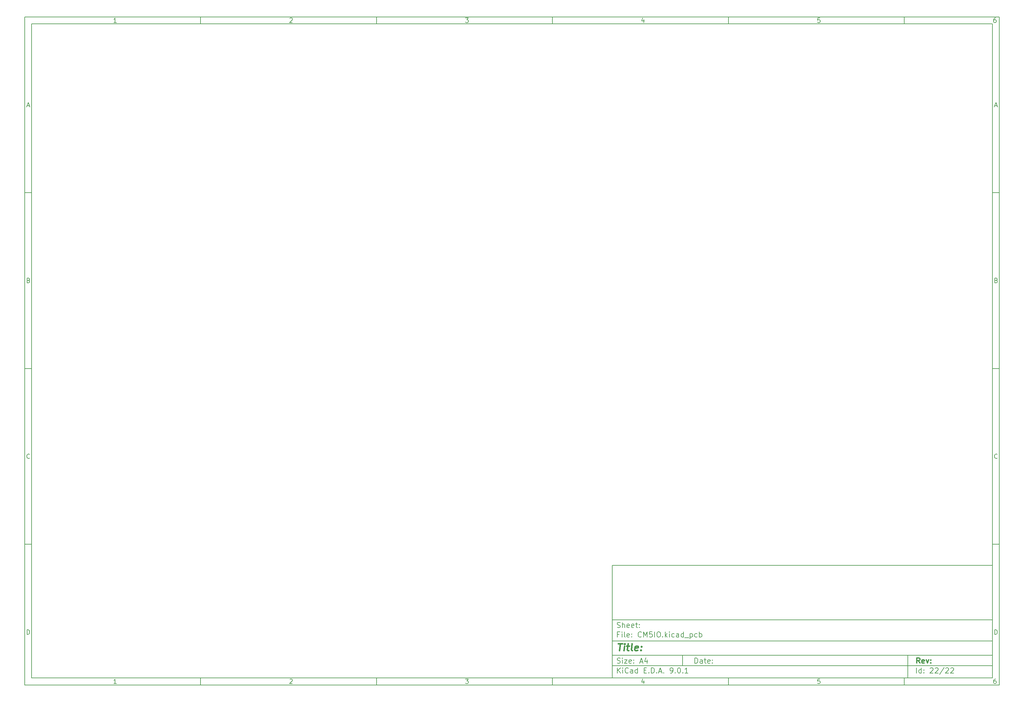
<source format=gbr>
G04 #@! TF.GenerationSoftware,KiCad,Pcbnew,9.0.1*
G04 #@! TF.CreationDate,2025-04-26T19:09:58-05:00*
G04 #@! TF.ProjectId,CM5IO,434d3549-4f2e-46b6-9963-61645f706362,rev?*
G04 #@! TF.SameCoordinates,Original*
G04 #@! TF.FileFunction,AssemblyDrawing,Bot*
%FSLAX46Y46*%
G04 Gerber Fmt 4.6, Leading zero omitted, Abs format (unit mm)*
G04 Created by KiCad (PCBNEW 9.0.1) date 2025-04-26 19:09:58*
%MOMM*%
%LPD*%
G01*
G04 APERTURE LIST*
%ADD10C,0.100000*%
%ADD11C,0.150000*%
%ADD12C,0.300000*%
%ADD13C,0.400000*%
G04 APERTURE END LIST*
D10*
D11*
X177002200Y-166007200D02*
X285002200Y-166007200D01*
X285002200Y-198007200D01*
X177002200Y-198007200D01*
X177002200Y-166007200D01*
D10*
D11*
X10000000Y-10000000D02*
X287002200Y-10000000D01*
X287002200Y-200007200D01*
X10000000Y-200007200D01*
X10000000Y-10000000D01*
D10*
D11*
X12000000Y-12000000D02*
X285002200Y-12000000D01*
X285002200Y-198007200D01*
X12000000Y-198007200D01*
X12000000Y-12000000D01*
D10*
D11*
X60000000Y-12000000D02*
X60000000Y-10000000D01*
D10*
D11*
X110000000Y-12000000D02*
X110000000Y-10000000D01*
D10*
D11*
X160000000Y-12000000D02*
X160000000Y-10000000D01*
D10*
D11*
X210000000Y-12000000D02*
X210000000Y-10000000D01*
D10*
D11*
X260000000Y-12000000D02*
X260000000Y-10000000D01*
D10*
D11*
X36089160Y-11593604D02*
X35346303Y-11593604D01*
X35717731Y-11593604D02*
X35717731Y-10293604D01*
X35717731Y-10293604D02*
X35593922Y-10479319D01*
X35593922Y-10479319D02*
X35470112Y-10603128D01*
X35470112Y-10603128D02*
X35346303Y-10665033D01*
D10*
D11*
X85346303Y-10417414D02*
X85408207Y-10355509D01*
X85408207Y-10355509D02*
X85532017Y-10293604D01*
X85532017Y-10293604D02*
X85841541Y-10293604D01*
X85841541Y-10293604D02*
X85965350Y-10355509D01*
X85965350Y-10355509D02*
X86027255Y-10417414D01*
X86027255Y-10417414D02*
X86089160Y-10541223D01*
X86089160Y-10541223D02*
X86089160Y-10665033D01*
X86089160Y-10665033D02*
X86027255Y-10850747D01*
X86027255Y-10850747D02*
X85284398Y-11593604D01*
X85284398Y-11593604D02*
X86089160Y-11593604D01*
D10*
D11*
X135284398Y-10293604D02*
X136089160Y-10293604D01*
X136089160Y-10293604D02*
X135655826Y-10788842D01*
X135655826Y-10788842D02*
X135841541Y-10788842D01*
X135841541Y-10788842D02*
X135965350Y-10850747D01*
X135965350Y-10850747D02*
X136027255Y-10912652D01*
X136027255Y-10912652D02*
X136089160Y-11036461D01*
X136089160Y-11036461D02*
X136089160Y-11345985D01*
X136089160Y-11345985D02*
X136027255Y-11469795D01*
X136027255Y-11469795D02*
X135965350Y-11531700D01*
X135965350Y-11531700D02*
X135841541Y-11593604D01*
X135841541Y-11593604D02*
X135470112Y-11593604D01*
X135470112Y-11593604D02*
X135346303Y-11531700D01*
X135346303Y-11531700D02*
X135284398Y-11469795D01*
D10*
D11*
X185965350Y-10726938D02*
X185965350Y-11593604D01*
X185655826Y-10231700D02*
X185346303Y-11160271D01*
X185346303Y-11160271D02*
X186151064Y-11160271D01*
D10*
D11*
X236027255Y-10293604D02*
X235408207Y-10293604D01*
X235408207Y-10293604D02*
X235346303Y-10912652D01*
X235346303Y-10912652D02*
X235408207Y-10850747D01*
X235408207Y-10850747D02*
X235532017Y-10788842D01*
X235532017Y-10788842D02*
X235841541Y-10788842D01*
X235841541Y-10788842D02*
X235965350Y-10850747D01*
X235965350Y-10850747D02*
X236027255Y-10912652D01*
X236027255Y-10912652D02*
X236089160Y-11036461D01*
X236089160Y-11036461D02*
X236089160Y-11345985D01*
X236089160Y-11345985D02*
X236027255Y-11469795D01*
X236027255Y-11469795D02*
X235965350Y-11531700D01*
X235965350Y-11531700D02*
X235841541Y-11593604D01*
X235841541Y-11593604D02*
X235532017Y-11593604D01*
X235532017Y-11593604D02*
X235408207Y-11531700D01*
X235408207Y-11531700D02*
X235346303Y-11469795D01*
D10*
D11*
X285965350Y-10293604D02*
X285717731Y-10293604D01*
X285717731Y-10293604D02*
X285593922Y-10355509D01*
X285593922Y-10355509D02*
X285532017Y-10417414D01*
X285532017Y-10417414D02*
X285408207Y-10603128D01*
X285408207Y-10603128D02*
X285346303Y-10850747D01*
X285346303Y-10850747D02*
X285346303Y-11345985D01*
X285346303Y-11345985D02*
X285408207Y-11469795D01*
X285408207Y-11469795D02*
X285470112Y-11531700D01*
X285470112Y-11531700D02*
X285593922Y-11593604D01*
X285593922Y-11593604D02*
X285841541Y-11593604D01*
X285841541Y-11593604D02*
X285965350Y-11531700D01*
X285965350Y-11531700D02*
X286027255Y-11469795D01*
X286027255Y-11469795D02*
X286089160Y-11345985D01*
X286089160Y-11345985D02*
X286089160Y-11036461D01*
X286089160Y-11036461D02*
X286027255Y-10912652D01*
X286027255Y-10912652D02*
X285965350Y-10850747D01*
X285965350Y-10850747D02*
X285841541Y-10788842D01*
X285841541Y-10788842D02*
X285593922Y-10788842D01*
X285593922Y-10788842D02*
X285470112Y-10850747D01*
X285470112Y-10850747D02*
X285408207Y-10912652D01*
X285408207Y-10912652D02*
X285346303Y-11036461D01*
D10*
D11*
X60000000Y-198007200D02*
X60000000Y-200007200D01*
D10*
D11*
X110000000Y-198007200D02*
X110000000Y-200007200D01*
D10*
D11*
X160000000Y-198007200D02*
X160000000Y-200007200D01*
D10*
D11*
X210000000Y-198007200D02*
X210000000Y-200007200D01*
D10*
D11*
X260000000Y-198007200D02*
X260000000Y-200007200D01*
D10*
D11*
X36089160Y-199600804D02*
X35346303Y-199600804D01*
X35717731Y-199600804D02*
X35717731Y-198300804D01*
X35717731Y-198300804D02*
X35593922Y-198486519D01*
X35593922Y-198486519D02*
X35470112Y-198610328D01*
X35470112Y-198610328D02*
X35346303Y-198672233D01*
D10*
D11*
X85346303Y-198424614D02*
X85408207Y-198362709D01*
X85408207Y-198362709D02*
X85532017Y-198300804D01*
X85532017Y-198300804D02*
X85841541Y-198300804D01*
X85841541Y-198300804D02*
X85965350Y-198362709D01*
X85965350Y-198362709D02*
X86027255Y-198424614D01*
X86027255Y-198424614D02*
X86089160Y-198548423D01*
X86089160Y-198548423D02*
X86089160Y-198672233D01*
X86089160Y-198672233D02*
X86027255Y-198857947D01*
X86027255Y-198857947D02*
X85284398Y-199600804D01*
X85284398Y-199600804D02*
X86089160Y-199600804D01*
D10*
D11*
X135284398Y-198300804D02*
X136089160Y-198300804D01*
X136089160Y-198300804D02*
X135655826Y-198796042D01*
X135655826Y-198796042D02*
X135841541Y-198796042D01*
X135841541Y-198796042D02*
X135965350Y-198857947D01*
X135965350Y-198857947D02*
X136027255Y-198919852D01*
X136027255Y-198919852D02*
X136089160Y-199043661D01*
X136089160Y-199043661D02*
X136089160Y-199353185D01*
X136089160Y-199353185D02*
X136027255Y-199476995D01*
X136027255Y-199476995D02*
X135965350Y-199538900D01*
X135965350Y-199538900D02*
X135841541Y-199600804D01*
X135841541Y-199600804D02*
X135470112Y-199600804D01*
X135470112Y-199600804D02*
X135346303Y-199538900D01*
X135346303Y-199538900D02*
X135284398Y-199476995D01*
D10*
D11*
X185965350Y-198734138D02*
X185965350Y-199600804D01*
X185655826Y-198238900D02*
X185346303Y-199167471D01*
X185346303Y-199167471D02*
X186151064Y-199167471D01*
D10*
D11*
X236027255Y-198300804D02*
X235408207Y-198300804D01*
X235408207Y-198300804D02*
X235346303Y-198919852D01*
X235346303Y-198919852D02*
X235408207Y-198857947D01*
X235408207Y-198857947D02*
X235532017Y-198796042D01*
X235532017Y-198796042D02*
X235841541Y-198796042D01*
X235841541Y-198796042D02*
X235965350Y-198857947D01*
X235965350Y-198857947D02*
X236027255Y-198919852D01*
X236027255Y-198919852D02*
X236089160Y-199043661D01*
X236089160Y-199043661D02*
X236089160Y-199353185D01*
X236089160Y-199353185D02*
X236027255Y-199476995D01*
X236027255Y-199476995D02*
X235965350Y-199538900D01*
X235965350Y-199538900D02*
X235841541Y-199600804D01*
X235841541Y-199600804D02*
X235532017Y-199600804D01*
X235532017Y-199600804D02*
X235408207Y-199538900D01*
X235408207Y-199538900D02*
X235346303Y-199476995D01*
D10*
D11*
X285965350Y-198300804D02*
X285717731Y-198300804D01*
X285717731Y-198300804D02*
X285593922Y-198362709D01*
X285593922Y-198362709D02*
X285532017Y-198424614D01*
X285532017Y-198424614D02*
X285408207Y-198610328D01*
X285408207Y-198610328D02*
X285346303Y-198857947D01*
X285346303Y-198857947D02*
X285346303Y-199353185D01*
X285346303Y-199353185D02*
X285408207Y-199476995D01*
X285408207Y-199476995D02*
X285470112Y-199538900D01*
X285470112Y-199538900D02*
X285593922Y-199600804D01*
X285593922Y-199600804D02*
X285841541Y-199600804D01*
X285841541Y-199600804D02*
X285965350Y-199538900D01*
X285965350Y-199538900D02*
X286027255Y-199476995D01*
X286027255Y-199476995D02*
X286089160Y-199353185D01*
X286089160Y-199353185D02*
X286089160Y-199043661D01*
X286089160Y-199043661D02*
X286027255Y-198919852D01*
X286027255Y-198919852D02*
X285965350Y-198857947D01*
X285965350Y-198857947D02*
X285841541Y-198796042D01*
X285841541Y-198796042D02*
X285593922Y-198796042D01*
X285593922Y-198796042D02*
X285470112Y-198857947D01*
X285470112Y-198857947D02*
X285408207Y-198919852D01*
X285408207Y-198919852D02*
X285346303Y-199043661D01*
D10*
D11*
X10000000Y-60000000D02*
X12000000Y-60000000D01*
D10*
D11*
X10000000Y-110000000D02*
X12000000Y-110000000D01*
D10*
D11*
X10000000Y-160000000D02*
X12000000Y-160000000D01*
D10*
D11*
X10690476Y-35222176D02*
X11309523Y-35222176D01*
X10566666Y-35593604D02*
X10999999Y-34293604D01*
X10999999Y-34293604D02*
X11433333Y-35593604D01*
D10*
D11*
X11092857Y-84912652D02*
X11278571Y-84974557D01*
X11278571Y-84974557D02*
X11340476Y-85036461D01*
X11340476Y-85036461D02*
X11402380Y-85160271D01*
X11402380Y-85160271D02*
X11402380Y-85345985D01*
X11402380Y-85345985D02*
X11340476Y-85469795D01*
X11340476Y-85469795D02*
X11278571Y-85531700D01*
X11278571Y-85531700D02*
X11154761Y-85593604D01*
X11154761Y-85593604D02*
X10659523Y-85593604D01*
X10659523Y-85593604D02*
X10659523Y-84293604D01*
X10659523Y-84293604D02*
X11092857Y-84293604D01*
X11092857Y-84293604D02*
X11216666Y-84355509D01*
X11216666Y-84355509D02*
X11278571Y-84417414D01*
X11278571Y-84417414D02*
X11340476Y-84541223D01*
X11340476Y-84541223D02*
X11340476Y-84665033D01*
X11340476Y-84665033D02*
X11278571Y-84788842D01*
X11278571Y-84788842D02*
X11216666Y-84850747D01*
X11216666Y-84850747D02*
X11092857Y-84912652D01*
X11092857Y-84912652D02*
X10659523Y-84912652D01*
D10*
D11*
X11402380Y-135469795D02*
X11340476Y-135531700D01*
X11340476Y-135531700D02*
X11154761Y-135593604D01*
X11154761Y-135593604D02*
X11030952Y-135593604D01*
X11030952Y-135593604D02*
X10845238Y-135531700D01*
X10845238Y-135531700D02*
X10721428Y-135407890D01*
X10721428Y-135407890D02*
X10659523Y-135284080D01*
X10659523Y-135284080D02*
X10597619Y-135036461D01*
X10597619Y-135036461D02*
X10597619Y-134850747D01*
X10597619Y-134850747D02*
X10659523Y-134603128D01*
X10659523Y-134603128D02*
X10721428Y-134479319D01*
X10721428Y-134479319D02*
X10845238Y-134355509D01*
X10845238Y-134355509D02*
X11030952Y-134293604D01*
X11030952Y-134293604D02*
X11154761Y-134293604D01*
X11154761Y-134293604D02*
X11340476Y-134355509D01*
X11340476Y-134355509D02*
X11402380Y-134417414D01*
D10*
D11*
X10659523Y-185593604D02*
X10659523Y-184293604D01*
X10659523Y-184293604D02*
X10969047Y-184293604D01*
X10969047Y-184293604D02*
X11154761Y-184355509D01*
X11154761Y-184355509D02*
X11278571Y-184479319D01*
X11278571Y-184479319D02*
X11340476Y-184603128D01*
X11340476Y-184603128D02*
X11402380Y-184850747D01*
X11402380Y-184850747D02*
X11402380Y-185036461D01*
X11402380Y-185036461D02*
X11340476Y-185284080D01*
X11340476Y-185284080D02*
X11278571Y-185407890D01*
X11278571Y-185407890D02*
X11154761Y-185531700D01*
X11154761Y-185531700D02*
X10969047Y-185593604D01*
X10969047Y-185593604D02*
X10659523Y-185593604D01*
D10*
D11*
X287002200Y-60000000D02*
X285002200Y-60000000D01*
D10*
D11*
X287002200Y-110000000D02*
X285002200Y-110000000D01*
D10*
D11*
X287002200Y-160000000D02*
X285002200Y-160000000D01*
D10*
D11*
X285692676Y-35222176D02*
X286311723Y-35222176D01*
X285568866Y-35593604D02*
X286002199Y-34293604D01*
X286002199Y-34293604D02*
X286435533Y-35593604D01*
D10*
D11*
X286095057Y-84912652D02*
X286280771Y-84974557D01*
X286280771Y-84974557D02*
X286342676Y-85036461D01*
X286342676Y-85036461D02*
X286404580Y-85160271D01*
X286404580Y-85160271D02*
X286404580Y-85345985D01*
X286404580Y-85345985D02*
X286342676Y-85469795D01*
X286342676Y-85469795D02*
X286280771Y-85531700D01*
X286280771Y-85531700D02*
X286156961Y-85593604D01*
X286156961Y-85593604D02*
X285661723Y-85593604D01*
X285661723Y-85593604D02*
X285661723Y-84293604D01*
X285661723Y-84293604D02*
X286095057Y-84293604D01*
X286095057Y-84293604D02*
X286218866Y-84355509D01*
X286218866Y-84355509D02*
X286280771Y-84417414D01*
X286280771Y-84417414D02*
X286342676Y-84541223D01*
X286342676Y-84541223D02*
X286342676Y-84665033D01*
X286342676Y-84665033D02*
X286280771Y-84788842D01*
X286280771Y-84788842D02*
X286218866Y-84850747D01*
X286218866Y-84850747D02*
X286095057Y-84912652D01*
X286095057Y-84912652D02*
X285661723Y-84912652D01*
D10*
D11*
X286404580Y-135469795D02*
X286342676Y-135531700D01*
X286342676Y-135531700D02*
X286156961Y-135593604D01*
X286156961Y-135593604D02*
X286033152Y-135593604D01*
X286033152Y-135593604D02*
X285847438Y-135531700D01*
X285847438Y-135531700D02*
X285723628Y-135407890D01*
X285723628Y-135407890D02*
X285661723Y-135284080D01*
X285661723Y-135284080D02*
X285599819Y-135036461D01*
X285599819Y-135036461D02*
X285599819Y-134850747D01*
X285599819Y-134850747D02*
X285661723Y-134603128D01*
X285661723Y-134603128D02*
X285723628Y-134479319D01*
X285723628Y-134479319D02*
X285847438Y-134355509D01*
X285847438Y-134355509D02*
X286033152Y-134293604D01*
X286033152Y-134293604D02*
X286156961Y-134293604D01*
X286156961Y-134293604D02*
X286342676Y-134355509D01*
X286342676Y-134355509D02*
X286404580Y-134417414D01*
D10*
D11*
X285661723Y-185593604D02*
X285661723Y-184293604D01*
X285661723Y-184293604D02*
X285971247Y-184293604D01*
X285971247Y-184293604D02*
X286156961Y-184355509D01*
X286156961Y-184355509D02*
X286280771Y-184479319D01*
X286280771Y-184479319D02*
X286342676Y-184603128D01*
X286342676Y-184603128D02*
X286404580Y-184850747D01*
X286404580Y-184850747D02*
X286404580Y-185036461D01*
X286404580Y-185036461D02*
X286342676Y-185284080D01*
X286342676Y-185284080D02*
X286280771Y-185407890D01*
X286280771Y-185407890D02*
X286156961Y-185531700D01*
X286156961Y-185531700D02*
X285971247Y-185593604D01*
X285971247Y-185593604D02*
X285661723Y-185593604D01*
D10*
D11*
X200458026Y-193793328D02*
X200458026Y-192293328D01*
X200458026Y-192293328D02*
X200815169Y-192293328D01*
X200815169Y-192293328D02*
X201029455Y-192364757D01*
X201029455Y-192364757D02*
X201172312Y-192507614D01*
X201172312Y-192507614D02*
X201243741Y-192650471D01*
X201243741Y-192650471D02*
X201315169Y-192936185D01*
X201315169Y-192936185D02*
X201315169Y-193150471D01*
X201315169Y-193150471D02*
X201243741Y-193436185D01*
X201243741Y-193436185D02*
X201172312Y-193579042D01*
X201172312Y-193579042D02*
X201029455Y-193721900D01*
X201029455Y-193721900D02*
X200815169Y-193793328D01*
X200815169Y-193793328D02*
X200458026Y-193793328D01*
X202600884Y-193793328D02*
X202600884Y-193007614D01*
X202600884Y-193007614D02*
X202529455Y-192864757D01*
X202529455Y-192864757D02*
X202386598Y-192793328D01*
X202386598Y-192793328D02*
X202100884Y-192793328D01*
X202100884Y-192793328D02*
X201958026Y-192864757D01*
X202600884Y-193721900D02*
X202458026Y-193793328D01*
X202458026Y-193793328D02*
X202100884Y-193793328D01*
X202100884Y-193793328D02*
X201958026Y-193721900D01*
X201958026Y-193721900D02*
X201886598Y-193579042D01*
X201886598Y-193579042D02*
X201886598Y-193436185D01*
X201886598Y-193436185D02*
X201958026Y-193293328D01*
X201958026Y-193293328D02*
X202100884Y-193221900D01*
X202100884Y-193221900D02*
X202458026Y-193221900D01*
X202458026Y-193221900D02*
X202600884Y-193150471D01*
X203100884Y-192793328D02*
X203672312Y-192793328D01*
X203315169Y-192293328D02*
X203315169Y-193579042D01*
X203315169Y-193579042D02*
X203386598Y-193721900D01*
X203386598Y-193721900D02*
X203529455Y-193793328D01*
X203529455Y-193793328D02*
X203672312Y-193793328D01*
X204743741Y-193721900D02*
X204600884Y-193793328D01*
X204600884Y-193793328D02*
X204315170Y-193793328D01*
X204315170Y-193793328D02*
X204172312Y-193721900D01*
X204172312Y-193721900D02*
X204100884Y-193579042D01*
X204100884Y-193579042D02*
X204100884Y-193007614D01*
X204100884Y-193007614D02*
X204172312Y-192864757D01*
X204172312Y-192864757D02*
X204315170Y-192793328D01*
X204315170Y-192793328D02*
X204600884Y-192793328D01*
X204600884Y-192793328D02*
X204743741Y-192864757D01*
X204743741Y-192864757D02*
X204815170Y-193007614D01*
X204815170Y-193007614D02*
X204815170Y-193150471D01*
X204815170Y-193150471D02*
X204100884Y-193293328D01*
X205458026Y-193650471D02*
X205529455Y-193721900D01*
X205529455Y-193721900D02*
X205458026Y-193793328D01*
X205458026Y-193793328D02*
X205386598Y-193721900D01*
X205386598Y-193721900D02*
X205458026Y-193650471D01*
X205458026Y-193650471D02*
X205458026Y-193793328D01*
X205458026Y-192864757D02*
X205529455Y-192936185D01*
X205529455Y-192936185D02*
X205458026Y-193007614D01*
X205458026Y-193007614D02*
X205386598Y-192936185D01*
X205386598Y-192936185D02*
X205458026Y-192864757D01*
X205458026Y-192864757D02*
X205458026Y-193007614D01*
D10*
D11*
X177002200Y-194507200D02*
X285002200Y-194507200D01*
D10*
D11*
X178458026Y-196593328D02*
X178458026Y-195093328D01*
X179315169Y-196593328D02*
X178672312Y-195736185D01*
X179315169Y-195093328D02*
X178458026Y-195950471D01*
X179958026Y-196593328D02*
X179958026Y-195593328D01*
X179958026Y-195093328D02*
X179886598Y-195164757D01*
X179886598Y-195164757D02*
X179958026Y-195236185D01*
X179958026Y-195236185D02*
X180029455Y-195164757D01*
X180029455Y-195164757D02*
X179958026Y-195093328D01*
X179958026Y-195093328D02*
X179958026Y-195236185D01*
X181529455Y-196450471D02*
X181458027Y-196521900D01*
X181458027Y-196521900D02*
X181243741Y-196593328D01*
X181243741Y-196593328D02*
X181100884Y-196593328D01*
X181100884Y-196593328D02*
X180886598Y-196521900D01*
X180886598Y-196521900D02*
X180743741Y-196379042D01*
X180743741Y-196379042D02*
X180672312Y-196236185D01*
X180672312Y-196236185D02*
X180600884Y-195950471D01*
X180600884Y-195950471D02*
X180600884Y-195736185D01*
X180600884Y-195736185D02*
X180672312Y-195450471D01*
X180672312Y-195450471D02*
X180743741Y-195307614D01*
X180743741Y-195307614D02*
X180886598Y-195164757D01*
X180886598Y-195164757D02*
X181100884Y-195093328D01*
X181100884Y-195093328D02*
X181243741Y-195093328D01*
X181243741Y-195093328D02*
X181458027Y-195164757D01*
X181458027Y-195164757D02*
X181529455Y-195236185D01*
X182815170Y-196593328D02*
X182815170Y-195807614D01*
X182815170Y-195807614D02*
X182743741Y-195664757D01*
X182743741Y-195664757D02*
X182600884Y-195593328D01*
X182600884Y-195593328D02*
X182315170Y-195593328D01*
X182315170Y-195593328D02*
X182172312Y-195664757D01*
X182815170Y-196521900D02*
X182672312Y-196593328D01*
X182672312Y-196593328D02*
X182315170Y-196593328D01*
X182315170Y-196593328D02*
X182172312Y-196521900D01*
X182172312Y-196521900D02*
X182100884Y-196379042D01*
X182100884Y-196379042D02*
X182100884Y-196236185D01*
X182100884Y-196236185D02*
X182172312Y-196093328D01*
X182172312Y-196093328D02*
X182315170Y-196021900D01*
X182315170Y-196021900D02*
X182672312Y-196021900D01*
X182672312Y-196021900D02*
X182815170Y-195950471D01*
X184172313Y-196593328D02*
X184172313Y-195093328D01*
X184172313Y-196521900D02*
X184029455Y-196593328D01*
X184029455Y-196593328D02*
X183743741Y-196593328D01*
X183743741Y-196593328D02*
X183600884Y-196521900D01*
X183600884Y-196521900D02*
X183529455Y-196450471D01*
X183529455Y-196450471D02*
X183458027Y-196307614D01*
X183458027Y-196307614D02*
X183458027Y-195879042D01*
X183458027Y-195879042D02*
X183529455Y-195736185D01*
X183529455Y-195736185D02*
X183600884Y-195664757D01*
X183600884Y-195664757D02*
X183743741Y-195593328D01*
X183743741Y-195593328D02*
X184029455Y-195593328D01*
X184029455Y-195593328D02*
X184172313Y-195664757D01*
X186029455Y-195807614D02*
X186529455Y-195807614D01*
X186743741Y-196593328D02*
X186029455Y-196593328D01*
X186029455Y-196593328D02*
X186029455Y-195093328D01*
X186029455Y-195093328D02*
X186743741Y-195093328D01*
X187386598Y-196450471D02*
X187458027Y-196521900D01*
X187458027Y-196521900D02*
X187386598Y-196593328D01*
X187386598Y-196593328D02*
X187315170Y-196521900D01*
X187315170Y-196521900D02*
X187386598Y-196450471D01*
X187386598Y-196450471D02*
X187386598Y-196593328D01*
X188100884Y-196593328D02*
X188100884Y-195093328D01*
X188100884Y-195093328D02*
X188458027Y-195093328D01*
X188458027Y-195093328D02*
X188672313Y-195164757D01*
X188672313Y-195164757D02*
X188815170Y-195307614D01*
X188815170Y-195307614D02*
X188886599Y-195450471D01*
X188886599Y-195450471D02*
X188958027Y-195736185D01*
X188958027Y-195736185D02*
X188958027Y-195950471D01*
X188958027Y-195950471D02*
X188886599Y-196236185D01*
X188886599Y-196236185D02*
X188815170Y-196379042D01*
X188815170Y-196379042D02*
X188672313Y-196521900D01*
X188672313Y-196521900D02*
X188458027Y-196593328D01*
X188458027Y-196593328D02*
X188100884Y-196593328D01*
X189600884Y-196450471D02*
X189672313Y-196521900D01*
X189672313Y-196521900D02*
X189600884Y-196593328D01*
X189600884Y-196593328D02*
X189529456Y-196521900D01*
X189529456Y-196521900D02*
X189600884Y-196450471D01*
X189600884Y-196450471D02*
X189600884Y-196593328D01*
X190243742Y-196164757D02*
X190958028Y-196164757D01*
X190100885Y-196593328D02*
X190600885Y-195093328D01*
X190600885Y-195093328D02*
X191100885Y-196593328D01*
X191600884Y-196450471D02*
X191672313Y-196521900D01*
X191672313Y-196521900D02*
X191600884Y-196593328D01*
X191600884Y-196593328D02*
X191529456Y-196521900D01*
X191529456Y-196521900D02*
X191600884Y-196450471D01*
X191600884Y-196450471D02*
X191600884Y-196593328D01*
X193529456Y-196593328D02*
X193815170Y-196593328D01*
X193815170Y-196593328D02*
X193958027Y-196521900D01*
X193958027Y-196521900D02*
X194029456Y-196450471D01*
X194029456Y-196450471D02*
X194172313Y-196236185D01*
X194172313Y-196236185D02*
X194243742Y-195950471D01*
X194243742Y-195950471D02*
X194243742Y-195379042D01*
X194243742Y-195379042D02*
X194172313Y-195236185D01*
X194172313Y-195236185D02*
X194100885Y-195164757D01*
X194100885Y-195164757D02*
X193958027Y-195093328D01*
X193958027Y-195093328D02*
X193672313Y-195093328D01*
X193672313Y-195093328D02*
X193529456Y-195164757D01*
X193529456Y-195164757D02*
X193458027Y-195236185D01*
X193458027Y-195236185D02*
X193386599Y-195379042D01*
X193386599Y-195379042D02*
X193386599Y-195736185D01*
X193386599Y-195736185D02*
X193458027Y-195879042D01*
X193458027Y-195879042D02*
X193529456Y-195950471D01*
X193529456Y-195950471D02*
X193672313Y-196021900D01*
X193672313Y-196021900D02*
X193958027Y-196021900D01*
X193958027Y-196021900D02*
X194100885Y-195950471D01*
X194100885Y-195950471D02*
X194172313Y-195879042D01*
X194172313Y-195879042D02*
X194243742Y-195736185D01*
X194886598Y-196450471D02*
X194958027Y-196521900D01*
X194958027Y-196521900D02*
X194886598Y-196593328D01*
X194886598Y-196593328D02*
X194815170Y-196521900D01*
X194815170Y-196521900D02*
X194886598Y-196450471D01*
X194886598Y-196450471D02*
X194886598Y-196593328D01*
X195886599Y-195093328D02*
X196029456Y-195093328D01*
X196029456Y-195093328D02*
X196172313Y-195164757D01*
X196172313Y-195164757D02*
X196243742Y-195236185D01*
X196243742Y-195236185D02*
X196315170Y-195379042D01*
X196315170Y-195379042D02*
X196386599Y-195664757D01*
X196386599Y-195664757D02*
X196386599Y-196021900D01*
X196386599Y-196021900D02*
X196315170Y-196307614D01*
X196315170Y-196307614D02*
X196243742Y-196450471D01*
X196243742Y-196450471D02*
X196172313Y-196521900D01*
X196172313Y-196521900D02*
X196029456Y-196593328D01*
X196029456Y-196593328D02*
X195886599Y-196593328D01*
X195886599Y-196593328D02*
X195743742Y-196521900D01*
X195743742Y-196521900D02*
X195672313Y-196450471D01*
X195672313Y-196450471D02*
X195600884Y-196307614D01*
X195600884Y-196307614D02*
X195529456Y-196021900D01*
X195529456Y-196021900D02*
X195529456Y-195664757D01*
X195529456Y-195664757D02*
X195600884Y-195379042D01*
X195600884Y-195379042D02*
X195672313Y-195236185D01*
X195672313Y-195236185D02*
X195743742Y-195164757D01*
X195743742Y-195164757D02*
X195886599Y-195093328D01*
X197029455Y-196450471D02*
X197100884Y-196521900D01*
X197100884Y-196521900D02*
X197029455Y-196593328D01*
X197029455Y-196593328D02*
X196958027Y-196521900D01*
X196958027Y-196521900D02*
X197029455Y-196450471D01*
X197029455Y-196450471D02*
X197029455Y-196593328D01*
X198529456Y-196593328D02*
X197672313Y-196593328D01*
X198100884Y-196593328D02*
X198100884Y-195093328D01*
X198100884Y-195093328D02*
X197958027Y-195307614D01*
X197958027Y-195307614D02*
X197815170Y-195450471D01*
X197815170Y-195450471D02*
X197672313Y-195521900D01*
D10*
D11*
X177002200Y-191507200D02*
X285002200Y-191507200D01*
D10*
D12*
X264413853Y-193785528D02*
X263913853Y-193071242D01*
X263556710Y-193785528D02*
X263556710Y-192285528D01*
X263556710Y-192285528D02*
X264128139Y-192285528D01*
X264128139Y-192285528D02*
X264270996Y-192356957D01*
X264270996Y-192356957D02*
X264342425Y-192428385D01*
X264342425Y-192428385D02*
X264413853Y-192571242D01*
X264413853Y-192571242D02*
X264413853Y-192785528D01*
X264413853Y-192785528D02*
X264342425Y-192928385D01*
X264342425Y-192928385D02*
X264270996Y-192999814D01*
X264270996Y-192999814D02*
X264128139Y-193071242D01*
X264128139Y-193071242D02*
X263556710Y-193071242D01*
X265628139Y-193714100D02*
X265485282Y-193785528D01*
X265485282Y-193785528D02*
X265199568Y-193785528D01*
X265199568Y-193785528D02*
X265056710Y-193714100D01*
X265056710Y-193714100D02*
X264985282Y-193571242D01*
X264985282Y-193571242D02*
X264985282Y-192999814D01*
X264985282Y-192999814D02*
X265056710Y-192856957D01*
X265056710Y-192856957D02*
X265199568Y-192785528D01*
X265199568Y-192785528D02*
X265485282Y-192785528D01*
X265485282Y-192785528D02*
X265628139Y-192856957D01*
X265628139Y-192856957D02*
X265699568Y-192999814D01*
X265699568Y-192999814D02*
X265699568Y-193142671D01*
X265699568Y-193142671D02*
X264985282Y-193285528D01*
X266199567Y-192785528D02*
X266556710Y-193785528D01*
X266556710Y-193785528D02*
X266913853Y-192785528D01*
X267485281Y-193642671D02*
X267556710Y-193714100D01*
X267556710Y-193714100D02*
X267485281Y-193785528D01*
X267485281Y-193785528D02*
X267413853Y-193714100D01*
X267413853Y-193714100D02*
X267485281Y-193642671D01*
X267485281Y-193642671D02*
X267485281Y-193785528D01*
X267485281Y-192856957D02*
X267556710Y-192928385D01*
X267556710Y-192928385D02*
X267485281Y-192999814D01*
X267485281Y-192999814D02*
X267413853Y-192928385D01*
X267413853Y-192928385D02*
X267485281Y-192856957D01*
X267485281Y-192856957D02*
X267485281Y-192999814D01*
D10*
D11*
X178386598Y-193721900D02*
X178600884Y-193793328D01*
X178600884Y-193793328D02*
X178958026Y-193793328D01*
X178958026Y-193793328D02*
X179100884Y-193721900D01*
X179100884Y-193721900D02*
X179172312Y-193650471D01*
X179172312Y-193650471D02*
X179243741Y-193507614D01*
X179243741Y-193507614D02*
X179243741Y-193364757D01*
X179243741Y-193364757D02*
X179172312Y-193221900D01*
X179172312Y-193221900D02*
X179100884Y-193150471D01*
X179100884Y-193150471D02*
X178958026Y-193079042D01*
X178958026Y-193079042D02*
X178672312Y-193007614D01*
X178672312Y-193007614D02*
X178529455Y-192936185D01*
X178529455Y-192936185D02*
X178458026Y-192864757D01*
X178458026Y-192864757D02*
X178386598Y-192721900D01*
X178386598Y-192721900D02*
X178386598Y-192579042D01*
X178386598Y-192579042D02*
X178458026Y-192436185D01*
X178458026Y-192436185D02*
X178529455Y-192364757D01*
X178529455Y-192364757D02*
X178672312Y-192293328D01*
X178672312Y-192293328D02*
X179029455Y-192293328D01*
X179029455Y-192293328D02*
X179243741Y-192364757D01*
X179886597Y-193793328D02*
X179886597Y-192793328D01*
X179886597Y-192293328D02*
X179815169Y-192364757D01*
X179815169Y-192364757D02*
X179886597Y-192436185D01*
X179886597Y-192436185D02*
X179958026Y-192364757D01*
X179958026Y-192364757D02*
X179886597Y-192293328D01*
X179886597Y-192293328D02*
X179886597Y-192436185D01*
X180458026Y-192793328D02*
X181243741Y-192793328D01*
X181243741Y-192793328D02*
X180458026Y-193793328D01*
X180458026Y-193793328D02*
X181243741Y-193793328D01*
X182386598Y-193721900D02*
X182243741Y-193793328D01*
X182243741Y-193793328D02*
X181958027Y-193793328D01*
X181958027Y-193793328D02*
X181815169Y-193721900D01*
X181815169Y-193721900D02*
X181743741Y-193579042D01*
X181743741Y-193579042D02*
X181743741Y-193007614D01*
X181743741Y-193007614D02*
X181815169Y-192864757D01*
X181815169Y-192864757D02*
X181958027Y-192793328D01*
X181958027Y-192793328D02*
X182243741Y-192793328D01*
X182243741Y-192793328D02*
X182386598Y-192864757D01*
X182386598Y-192864757D02*
X182458027Y-193007614D01*
X182458027Y-193007614D02*
X182458027Y-193150471D01*
X182458027Y-193150471D02*
X181743741Y-193293328D01*
X183100883Y-193650471D02*
X183172312Y-193721900D01*
X183172312Y-193721900D02*
X183100883Y-193793328D01*
X183100883Y-193793328D02*
X183029455Y-193721900D01*
X183029455Y-193721900D02*
X183100883Y-193650471D01*
X183100883Y-193650471D02*
X183100883Y-193793328D01*
X183100883Y-192864757D02*
X183172312Y-192936185D01*
X183172312Y-192936185D02*
X183100883Y-193007614D01*
X183100883Y-193007614D02*
X183029455Y-192936185D01*
X183029455Y-192936185D02*
X183100883Y-192864757D01*
X183100883Y-192864757D02*
X183100883Y-193007614D01*
X184886598Y-193364757D02*
X185600884Y-193364757D01*
X184743741Y-193793328D02*
X185243741Y-192293328D01*
X185243741Y-192293328D02*
X185743741Y-193793328D01*
X186886598Y-192793328D02*
X186886598Y-193793328D01*
X186529455Y-192221900D02*
X186172312Y-193293328D01*
X186172312Y-193293328D02*
X187100883Y-193293328D01*
D10*
D11*
X263458026Y-196593328D02*
X263458026Y-195093328D01*
X264815170Y-196593328D02*
X264815170Y-195093328D01*
X264815170Y-196521900D02*
X264672312Y-196593328D01*
X264672312Y-196593328D02*
X264386598Y-196593328D01*
X264386598Y-196593328D02*
X264243741Y-196521900D01*
X264243741Y-196521900D02*
X264172312Y-196450471D01*
X264172312Y-196450471D02*
X264100884Y-196307614D01*
X264100884Y-196307614D02*
X264100884Y-195879042D01*
X264100884Y-195879042D02*
X264172312Y-195736185D01*
X264172312Y-195736185D02*
X264243741Y-195664757D01*
X264243741Y-195664757D02*
X264386598Y-195593328D01*
X264386598Y-195593328D02*
X264672312Y-195593328D01*
X264672312Y-195593328D02*
X264815170Y-195664757D01*
X265529455Y-196450471D02*
X265600884Y-196521900D01*
X265600884Y-196521900D02*
X265529455Y-196593328D01*
X265529455Y-196593328D02*
X265458027Y-196521900D01*
X265458027Y-196521900D02*
X265529455Y-196450471D01*
X265529455Y-196450471D02*
X265529455Y-196593328D01*
X265529455Y-195664757D02*
X265600884Y-195736185D01*
X265600884Y-195736185D02*
X265529455Y-195807614D01*
X265529455Y-195807614D02*
X265458027Y-195736185D01*
X265458027Y-195736185D02*
X265529455Y-195664757D01*
X265529455Y-195664757D02*
X265529455Y-195807614D01*
X267315170Y-195236185D02*
X267386598Y-195164757D01*
X267386598Y-195164757D02*
X267529456Y-195093328D01*
X267529456Y-195093328D02*
X267886598Y-195093328D01*
X267886598Y-195093328D02*
X268029456Y-195164757D01*
X268029456Y-195164757D02*
X268100884Y-195236185D01*
X268100884Y-195236185D02*
X268172313Y-195379042D01*
X268172313Y-195379042D02*
X268172313Y-195521900D01*
X268172313Y-195521900D02*
X268100884Y-195736185D01*
X268100884Y-195736185D02*
X267243741Y-196593328D01*
X267243741Y-196593328D02*
X268172313Y-196593328D01*
X268743741Y-195236185D02*
X268815169Y-195164757D01*
X268815169Y-195164757D02*
X268958027Y-195093328D01*
X268958027Y-195093328D02*
X269315169Y-195093328D01*
X269315169Y-195093328D02*
X269458027Y-195164757D01*
X269458027Y-195164757D02*
X269529455Y-195236185D01*
X269529455Y-195236185D02*
X269600884Y-195379042D01*
X269600884Y-195379042D02*
X269600884Y-195521900D01*
X269600884Y-195521900D02*
X269529455Y-195736185D01*
X269529455Y-195736185D02*
X268672312Y-196593328D01*
X268672312Y-196593328D02*
X269600884Y-196593328D01*
X271315169Y-195021900D02*
X270029455Y-196950471D01*
X271743741Y-195236185D02*
X271815169Y-195164757D01*
X271815169Y-195164757D02*
X271958027Y-195093328D01*
X271958027Y-195093328D02*
X272315169Y-195093328D01*
X272315169Y-195093328D02*
X272458027Y-195164757D01*
X272458027Y-195164757D02*
X272529455Y-195236185D01*
X272529455Y-195236185D02*
X272600884Y-195379042D01*
X272600884Y-195379042D02*
X272600884Y-195521900D01*
X272600884Y-195521900D02*
X272529455Y-195736185D01*
X272529455Y-195736185D02*
X271672312Y-196593328D01*
X271672312Y-196593328D02*
X272600884Y-196593328D01*
X273172312Y-195236185D02*
X273243740Y-195164757D01*
X273243740Y-195164757D02*
X273386598Y-195093328D01*
X273386598Y-195093328D02*
X273743740Y-195093328D01*
X273743740Y-195093328D02*
X273886598Y-195164757D01*
X273886598Y-195164757D02*
X273958026Y-195236185D01*
X273958026Y-195236185D02*
X274029455Y-195379042D01*
X274029455Y-195379042D02*
X274029455Y-195521900D01*
X274029455Y-195521900D02*
X273958026Y-195736185D01*
X273958026Y-195736185D02*
X273100883Y-196593328D01*
X273100883Y-196593328D02*
X274029455Y-196593328D01*
D10*
D11*
X177002200Y-187507200D02*
X285002200Y-187507200D01*
D10*
D13*
X178693928Y-188211638D02*
X179836785Y-188211638D01*
X179015357Y-190211638D02*
X179265357Y-188211638D01*
X180253452Y-190211638D02*
X180420119Y-188878304D01*
X180503452Y-188211638D02*
X180396309Y-188306876D01*
X180396309Y-188306876D02*
X180479643Y-188402114D01*
X180479643Y-188402114D02*
X180586786Y-188306876D01*
X180586786Y-188306876D02*
X180503452Y-188211638D01*
X180503452Y-188211638D02*
X180479643Y-188402114D01*
X181086786Y-188878304D02*
X181848690Y-188878304D01*
X181455833Y-188211638D02*
X181241548Y-189925923D01*
X181241548Y-189925923D02*
X181312976Y-190116400D01*
X181312976Y-190116400D02*
X181491548Y-190211638D01*
X181491548Y-190211638D02*
X181682024Y-190211638D01*
X182634405Y-190211638D02*
X182455833Y-190116400D01*
X182455833Y-190116400D02*
X182384405Y-189925923D01*
X182384405Y-189925923D02*
X182598690Y-188211638D01*
X184170119Y-190116400D02*
X183967738Y-190211638D01*
X183967738Y-190211638D02*
X183586785Y-190211638D01*
X183586785Y-190211638D02*
X183408214Y-190116400D01*
X183408214Y-190116400D02*
X183336785Y-189925923D01*
X183336785Y-189925923D02*
X183432024Y-189164019D01*
X183432024Y-189164019D02*
X183551071Y-188973542D01*
X183551071Y-188973542D02*
X183753452Y-188878304D01*
X183753452Y-188878304D02*
X184134404Y-188878304D01*
X184134404Y-188878304D02*
X184312976Y-188973542D01*
X184312976Y-188973542D02*
X184384404Y-189164019D01*
X184384404Y-189164019D02*
X184360595Y-189354495D01*
X184360595Y-189354495D02*
X183384404Y-189544971D01*
X185134405Y-190021161D02*
X185217738Y-190116400D01*
X185217738Y-190116400D02*
X185110595Y-190211638D01*
X185110595Y-190211638D02*
X185027262Y-190116400D01*
X185027262Y-190116400D02*
X185134405Y-190021161D01*
X185134405Y-190021161D02*
X185110595Y-190211638D01*
X185265357Y-188973542D02*
X185348690Y-189068780D01*
X185348690Y-189068780D02*
X185241548Y-189164019D01*
X185241548Y-189164019D02*
X185158214Y-189068780D01*
X185158214Y-189068780D02*
X185265357Y-188973542D01*
X185265357Y-188973542D02*
X185241548Y-189164019D01*
D10*
D11*
X178958026Y-185607614D02*
X178458026Y-185607614D01*
X178458026Y-186393328D02*
X178458026Y-184893328D01*
X178458026Y-184893328D02*
X179172312Y-184893328D01*
X179743740Y-186393328D02*
X179743740Y-185393328D01*
X179743740Y-184893328D02*
X179672312Y-184964757D01*
X179672312Y-184964757D02*
X179743740Y-185036185D01*
X179743740Y-185036185D02*
X179815169Y-184964757D01*
X179815169Y-184964757D02*
X179743740Y-184893328D01*
X179743740Y-184893328D02*
X179743740Y-185036185D01*
X180672312Y-186393328D02*
X180529455Y-186321900D01*
X180529455Y-186321900D02*
X180458026Y-186179042D01*
X180458026Y-186179042D02*
X180458026Y-184893328D01*
X181815169Y-186321900D02*
X181672312Y-186393328D01*
X181672312Y-186393328D02*
X181386598Y-186393328D01*
X181386598Y-186393328D02*
X181243740Y-186321900D01*
X181243740Y-186321900D02*
X181172312Y-186179042D01*
X181172312Y-186179042D02*
X181172312Y-185607614D01*
X181172312Y-185607614D02*
X181243740Y-185464757D01*
X181243740Y-185464757D02*
X181386598Y-185393328D01*
X181386598Y-185393328D02*
X181672312Y-185393328D01*
X181672312Y-185393328D02*
X181815169Y-185464757D01*
X181815169Y-185464757D02*
X181886598Y-185607614D01*
X181886598Y-185607614D02*
X181886598Y-185750471D01*
X181886598Y-185750471D02*
X181172312Y-185893328D01*
X182529454Y-186250471D02*
X182600883Y-186321900D01*
X182600883Y-186321900D02*
X182529454Y-186393328D01*
X182529454Y-186393328D02*
X182458026Y-186321900D01*
X182458026Y-186321900D02*
X182529454Y-186250471D01*
X182529454Y-186250471D02*
X182529454Y-186393328D01*
X182529454Y-185464757D02*
X182600883Y-185536185D01*
X182600883Y-185536185D02*
X182529454Y-185607614D01*
X182529454Y-185607614D02*
X182458026Y-185536185D01*
X182458026Y-185536185D02*
X182529454Y-185464757D01*
X182529454Y-185464757D02*
X182529454Y-185607614D01*
X185243740Y-186250471D02*
X185172312Y-186321900D01*
X185172312Y-186321900D02*
X184958026Y-186393328D01*
X184958026Y-186393328D02*
X184815169Y-186393328D01*
X184815169Y-186393328D02*
X184600883Y-186321900D01*
X184600883Y-186321900D02*
X184458026Y-186179042D01*
X184458026Y-186179042D02*
X184386597Y-186036185D01*
X184386597Y-186036185D02*
X184315169Y-185750471D01*
X184315169Y-185750471D02*
X184315169Y-185536185D01*
X184315169Y-185536185D02*
X184386597Y-185250471D01*
X184386597Y-185250471D02*
X184458026Y-185107614D01*
X184458026Y-185107614D02*
X184600883Y-184964757D01*
X184600883Y-184964757D02*
X184815169Y-184893328D01*
X184815169Y-184893328D02*
X184958026Y-184893328D01*
X184958026Y-184893328D02*
X185172312Y-184964757D01*
X185172312Y-184964757D02*
X185243740Y-185036185D01*
X185886597Y-186393328D02*
X185886597Y-184893328D01*
X185886597Y-184893328D02*
X186386597Y-185964757D01*
X186386597Y-185964757D02*
X186886597Y-184893328D01*
X186886597Y-184893328D02*
X186886597Y-186393328D01*
X188315169Y-184893328D02*
X187600883Y-184893328D01*
X187600883Y-184893328D02*
X187529455Y-185607614D01*
X187529455Y-185607614D02*
X187600883Y-185536185D01*
X187600883Y-185536185D02*
X187743741Y-185464757D01*
X187743741Y-185464757D02*
X188100883Y-185464757D01*
X188100883Y-185464757D02*
X188243741Y-185536185D01*
X188243741Y-185536185D02*
X188315169Y-185607614D01*
X188315169Y-185607614D02*
X188386598Y-185750471D01*
X188386598Y-185750471D02*
X188386598Y-186107614D01*
X188386598Y-186107614D02*
X188315169Y-186250471D01*
X188315169Y-186250471D02*
X188243741Y-186321900D01*
X188243741Y-186321900D02*
X188100883Y-186393328D01*
X188100883Y-186393328D02*
X187743741Y-186393328D01*
X187743741Y-186393328D02*
X187600883Y-186321900D01*
X187600883Y-186321900D02*
X187529455Y-186250471D01*
X189029454Y-186393328D02*
X189029454Y-184893328D01*
X190029455Y-184893328D02*
X190315169Y-184893328D01*
X190315169Y-184893328D02*
X190458026Y-184964757D01*
X190458026Y-184964757D02*
X190600883Y-185107614D01*
X190600883Y-185107614D02*
X190672312Y-185393328D01*
X190672312Y-185393328D02*
X190672312Y-185893328D01*
X190672312Y-185893328D02*
X190600883Y-186179042D01*
X190600883Y-186179042D02*
X190458026Y-186321900D01*
X190458026Y-186321900D02*
X190315169Y-186393328D01*
X190315169Y-186393328D02*
X190029455Y-186393328D01*
X190029455Y-186393328D02*
X189886598Y-186321900D01*
X189886598Y-186321900D02*
X189743740Y-186179042D01*
X189743740Y-186179042D02*
X189672312Y-185893328D01*
X189672312Y-185893328D02*
X189672312Y-185393328D01*
X189672312Y-185393328D02*
X189743740Y-185107614D01*
X189743740Y-185107614D02*
X189886598Y-184964757D01*
X189886598Y-184964757D02*
X190029455Y-184893328D01*
X191315169Y-186250471D02*
X191386598Y-186321900D01*
X191386598Y-186321900D02*
X191315169Y-186393328D01*
X191315169Y-186393328D02*
X191243741Y-186321900D01*
X191243741Y-186321900D02*
X191315169Y-186250471D01*
X191315169Y-186250471D02*
X191315169Y-186393328D01*
X192029455Y-186393328D02*
X192029455Y-184893328D01*
X192172313Y-185821900D02*
X192600884Y-186393328D01*
X192600884Y-185393328D02*
X192029455Y-185964757D01*
X193243741Y-186393328D02*
X193243741Y-185393328D01*
X193243741Y-184893328D02*
X193172313Y-184964757D01*
X193172313Y-184964757D02*
X193243741Y-185036185D01*
X193243741Y-185036185D02*
X193315170Y-184964757D01*
X193315170Y-184964757D02*
X193243741Y-184893328D01*
X193243741Y-184893328D02*
X193243741Y-185036185D01*
X194600885Y-186321900D02*
X194458027Y-186393328D01*
X194458027Y-186393328D02*
X194172313Y-186393328D01*
X194172313Y-186393328D02*
X194029456Y-186321900D01*
X194029456Y-186321900D02*
X193958027Y-186250471D01*
X193958027Y-186250471D02*
X193886599Y-186107614D01*
X193886599Y-186107614D02*
X193886599Y-185679042D01*
X193886599Y-185679042D02*
X193958027Y-185536185D01*
X193958027Y-185536185D02*
X194029456Y-185464757D01*
X194029456Y-185464757D02*
X194172313Y-185393328D01*
X194172313Y-185393328D02*
X194458027Y-185393328D01*
X194458027Y-185393328D02*
X194600885Y-185464757D01*
X195886599Y-186393328D02*
X195886599Y-185607614D01*
X195886599Y-185607614D02*
X195815170Y-185464757D01*
X195815170Y-185464757D02*
X195672313Y-185393328D01*
X195672313Y-185393328D02*
X195386599Y-185393328D01*
X195386599Y-185393328D02*
X195243741Y-185464757D01*
X195886599Y-186321900D02*
X195743741Y-186393328D01*
X195743741Y-186393328D02*
X195386599Y-186393328D01*
X195386599Y-186393328D02*
X195243741Y-186321900D01*
X195243741Y-186321900D02*
X195172313Y-186179042D01*
X195172313Y-186179042D02*
X195172313Y-186036185D01*
X195172313Y-186036185D02*
X195243741Y-185893328D01*
X195243741Y-185893328D02*
X195386599Y-185821900D01*
X195386599Y-185821900D02*
X195743741Y-185821900D01*
X195743741Y-185821900D02*
X195886599Y-185750471D01*
X197243742Y-186393328D02*
X197243742Y-184893328D01*
X197243742Y-186321900D02*
X197100884Y-186393328D01*
X197100884Y-186393328D02*
X196815170Y-186393328D01*
X196815170Y-186393328D02*
X196672313Y-186321900D01*
X196672313Y-186321900D02*
X196600884Y-186250471D01*
X196600884Y-186250471D02*
X196529456Y-186107614D01*
X196529456Y-186107614D02*
X196529456Y-185679042D01*
X196529456Y-185679042D02*
X196600884Y-185536185D01*
X196600884Y-185536185D02*
X196672313Y-185464757D01*
X196672313Y-185464757D02*
X196815170Y-185393328D01*
X196815170Y-185393328D02*
X197100884Y-185393328D01*
X197100884Y-185393328D02*
X197243742Y-185464757D01*
X197600885Y-186536185D02*
X198743742Y-186536185D01*
X199100884Y-185393328D02*
X199100884Y-186893328D01*
X199100884Y-185464757D02*
X199243742Y-185393328D01*
X199243742Y-185393328D02*
X199529456Y-185393328D01*
X199529456Y-185393328D02*
X199672313Y-185464757D01*
X199672313Y-185464757D02*
X199743742Y-185536185D01*
X199743742Y-185536185D02*
X199815170Y-185679042D01*
X199815170Y-185679042D02*
X199815170Y-186107614D01*
X199815170Y-186107614D02*
X199743742Y-186250471D01*
X199743742Y-186250471D02*
X199672313Y-186321900D01*
X199672313Y-186321900D02*
X199529456Y-186393328D01*
X199529456Y-186393328D02*
X199243742Y-186393328D01*
X199243742Y-186393328D02*
X199100884Y-186321900D01*
X201100885Y-186321900D02*
X200958027Y-186393328D01*
X200958027Y-186393328D02*
X200672313Y-186393328D01*
X200672313Y-186393328D02*
X200529456Y-186321900D01*
X200529456Y-186321900D02*
X200458027Y-186250471D01*
X200458027Y-186250471D02*
X200386599Y-186107614D01*
X200386599Y-186107614D02*
X200386599Y-185679042D01*
X200386599Y-185679042D02*
X200458027Y-185536185D01*
X200458027Y-185536185D02*
X200529456Y-185464757D01*
X200529456Y-185464757D02*
X200672313Y-185393328D01*
X200672313Y-185393328D02*
X200958027Y-185393328D01*
X200958027Y-185393328D02*
X201100885Y-185464757D01*
X201743741Y-186393328D02*
X201743741Y-184893328D01*
X201743741Y-185464757D02*
X201886599Y-185393328D01*
X201886599Y-185393328D02*
X202172313Y-185393328D01*
X202172313Y-185393328D02*
X202315170Y-185464757D01*
X202315170Y-185464757D02*
X202386599Y-185536185D01*
X202386599Y-185536185D02*
X202458027Y-185679042D01*
X202458027Y-185679042D02*
X202458027Y-186107614D01*
X202458027Y-186107614D02*
X202386599Y-186250471D01*
X202386599Y-186250471D02*
X202315170Y-186321900D01*
X202315170Y-186321900D02*
X202172313Y-186393328D01*
X202172313Y-186393328D02*
X201886599Y-186393328D01*
X201886599Y-186393328D02*
X201743741Y-186321900D01*
D10*
D11*
X177002200Y-181507200D02*
X285002200Y-181507200D01*
D10*
D11*
X178386598Y-183621900D02*
X178600884Y-183693328D01*
X178600884Y-183693328D02*
X178958026Y-183693328D01*
X178958026Y-183693328D02*
X179100884Y-183621900D01*
X179100884Y-183621900D02*
X179172312Y-183550471D01*
X179172312Y-183550471D02*
X179243741Y-183407614D01*
X179243741Y-183407614D02*
X179243741Y-183264757D01*
X179243741Y-183264757D02*
X179172312Y-183121900D01*
X179172312Y-183121900D02*
X179100884Y-183050471D01*
X179100884Y-183050471D02*
X178958026Y-182979042D01*
X178958026Y-182979042D02*
X178672312Y-182907614D01*
X178672312Y-182907614D02*
X178529455Y-182836185D01*
X178529455Y-182836185D02*
X178458026Y-182764757D01*
X178458026Y-182764757D02*
X178386598Y-182621900D01*
X178386598Y-182621900D02*
X178386598Y-182479042D01*
X178386598Y-182479042D02*
X178458026Y-182336185D01*
X178458026Y-182336185D02*
X178529455Y-182264757D01*
X178529455Y-182264757D02*
X178672312Y-182193328D01*
X178672312Y-182193328D02*
X179029455Y-182193328D01*
X179029455Y-182193328D02*
X179243741Y-182264757D01*
X179886597Y-183693328D02*
X179886597Y-182193328D01*
X180529455Y-183693328D02*
X180529455Y-182907614D01*
X180529455Y-182907614D02*
X180458026Y-182764757D01*
X180458026Y-182764757D02*
X180315169Y-182693328D01*
X180315169Y-182693328D02*
X180100883Y-182693328D01*
X180100883Y-182693328D02*
X179958026Y-182764757D01*
X179958026Y-182764757D02*
X179886597Y-182836185D01*
X181815169Y-183621900D02*
X181672312Y-183693328D01*
X181672312Y-183693328D02*
X181386598Y-183693328D01*
X181386598Y-183693328D02*
X181243740Y-183621900D01*
X181243740Y-183621900D02*
X181172312Y-183479042D01*
X181172312Y-183479042D02*
X181172312Y-182907614D01*
X181172312Y-182907614D02*
X181243740Y-182764757D01*
X181243740Y-182764757D02*
X181386598Y-182693328D01*
X181386598Y-182693328D02*
X181672312Y-182693328D01*
X181672312Y-182693328D02*
X181815169Y-182764757D01*
X181815169Y-182764757D02*
X181886598Y-182907614D01*
X181886598Y-182907614D02*
X181886598Y-183050471D01*
X181886598Y-183050471D02*
X181172312Y-183193328D01*
X183100883Y-183621900D02*
X182958026Y-183693328D01*
X182958026Y-183693328D02*
X182672312Y-183693328D01*
X182672312Y-183693328D02*
X182529454Y-183621900D01*
X182529454Y-183621900D02*
X182458026Y-183479042D01*
X182458026Y-183479042D02*
X182458026Y-182907614D01*
X182458026Y-182907614D02*
X182529454Y-182764757D01*
X182529454Y-182764757D02*
X182672312Y-182693328D01*
X182672312Y-182693328D02*
X182958026Y-182693328D01*
X182958026Y-182693328D02*
X183100883Y-182764757D01*
X183100883Y-182764757D02*
X183172312Y-182907614D01*
X183172312Y-182907614D02*
X183172312Y-183050471D01*
X183172312Y-183050471D02*
X182458026Y-183193328D01*
X183600883Y-182693328D02*
X184172311Y-182693328D01*
X183815168Y-182193328D02*
X183815168Y-183479042D01*
X183815168Y-183479042D02*
X183886597Y-183621900D01*
X183886597Y-183621900D02*
X184029454Y-183693328D01*
X184029454Y-183693328D02*
X184172311Y-183693328D01*
X184672311Y-183550471D02*
X184743740Y-183621900D01*
X184743740Y-183621900D02*
X184672311Y-183693328D01*
X184672311Y-183693328D02*
X184600883Y-183621900D01*
X184600883Y-183621900D02*
X184672311Y-183550471D01*
X184672311Y-183550471D02*
X184672311Y-183693328D01*
X184672311Y-182764757D02*
X184743740Y-182836185D01*
X184743740Y-182836185D02*
X184672311Y-182907614D01*
X184672311Y-182907614D02*
X184600883Y-182836185D01*
X184600883Y-182836185D02*
X184672311Y-182764757D01*
X184672311Y-182764757D02*
X184672311Y-182907614D01*
D10*
D11*
X197002200Y-191507200D02*
X197002200Y-194507200D01*
D10*
D11*
X261002200Y-191507200D02*
X261002200Y-198007200D01*
M02*

</source>
